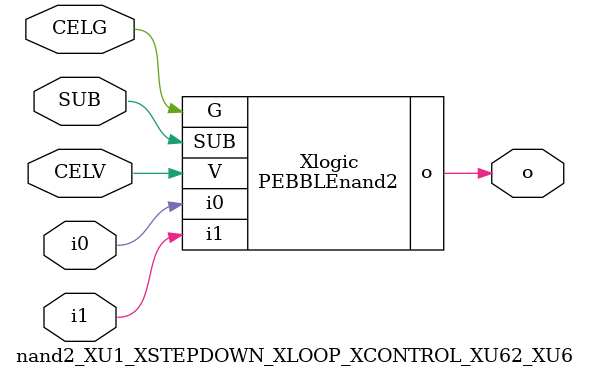
<source format=v>



module PEBBLEnand2 ( o, G, SUB, V, i0, i1 );

  input i0;
  input V;
  input i1;
  input G;
  output o;
  input SUB;
endmodule

//Celera Confidential Do Not Copy nand2_XU1_XSTEPDOWN_XLOOP_XCONTROL_XU62_XU6
//Celera Confidential Symbol Generator
//5V NAND2
module nand2_XU1_XSTEPDOWN_XLOOP_XCONTROL_XU62_XU6 (CELV,CELG,i0,i1,o,SUB);
input CELV;
input CELG;
input i0;
input i1;
input SUB;
output o;

//Celera Confidential Do Not Copy nand2
PEBBLEnand2 Xlogic(
.V (CELV),
.i0 (i0),
.i1 (i1),
.o (o),
.SUB (SUB),
.G (CELG)
);
//,diesize,PEBBLEnand2

//Celera Confidential Do Not Copy Module End
//Celera Schematic Generator
endmodule

</source>
